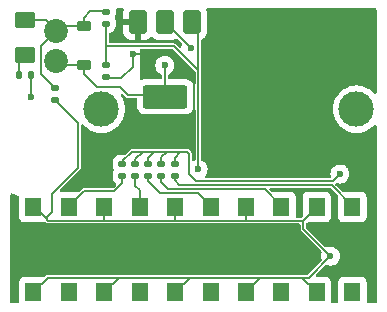
<source format=gbr>
%TF.GenerationSoftware,KiCad,Pcbnew,8.0.7*%
%TF.CreationDate,2025-01-07T22:37:39-03:00*%
%TF.ProjectId,organator,6f726761-6e61-4746-9f72-2e6b69636164,rev?*%
%TF.SameCoordinates,Original*%
%TF.FileFunction,Copper,L1,Top*%
%TF.FilePolarity,Positive*%
%FSLAX46Y46*%
G04 Gerber Fmt 4.6, Leading zero omitted, Abs format (unit mm)*
G04 Created by KiCad (PCBNEW 8.0.7) date 2025-01-07 22:37:39*
%MOMM*%
%LPD*%
G01*
G04 APERTURE LIST*
G04 Aperture macros list*
%AMRoundRect*
0 Rectangle with rounded corners*
0 $1 Rounding radius*
0 $2 $3 $4 $5 $6 $7 $8 $9 X,Y pos of 4 corners*
0 Add a 4 corners polygon primitive as box body*
4,1,4,$2,$3,$4,$5,$6,$7,$8,$9,$2,$3,0*
0 Add four circle primitives for the rounded corners*
1,1,$1+$1,$2,$3*
1,1,$1+$1,$4,$5*
1,1,$1+$1,$6,$7*
1,1,$1+$1,$8,$9*
0 Add four rect primitives between the rounded corners*
20,1,$1+$1,$2,$3,$4,$5,0*
20,1,$1+$1,$4,$5,$6,$7,0*
20,1,$1+$1,$6,$7,$8,$9,0*
20,1,$1+$1,$8,$9,$2,$3,0*%
G04 Aperture macros list end*
%TA.AperFunction,SMDPad,CuDef*%
%ADD10RoundRect,0.135000X0.185000X-0.135000X0.185000X0.135000X-0.185000X0.135000X-0.185000X-0.135000X0*%
%TD*%
%TA.AperFunction,SMDPad,CuDef*%
%ADD11RoundRect,0.135000X-0.135000X-0.185000X0.135000X-0.185000X0.135000X0.185000X-0.135000X0.185000X0*%
%TD*%
%TA.AperFunction,SMDPad,CuDef*%
%ADD12RoundRect,0.135000X-0.185000X0.135000X-0.185000X-0.135000X0.185000X-0.135000X0.185000X0.135000X0*%
%TD*%
%TA.AperFunction,SMDPad,CuDef*%
%ADD13R,1.400000X1.600000*%
%TD*%
%TA.AperFunction,ComponentPad*%
%ADD14C,2.020000*%
%TD*%
%TA.AperFunction,SMDPad,CuDef*%
%ADD15RoundRect,0.225000X-0.375000X0.225000X-0.375000X-0.225000X0.375000X-0.225000X0.375000X0.225000X0*%
%TD*%
%TA.AperFunction,SMDPad,CuDef*%
%ADD16RoundRect,0.250000X-0.500000X0.750000X-0.500000X-0.750000X0.500000X-0.750000X0.500000X0.750000X0*%
%TD*%
%TA.AperFunction,SMDPad,CuDef*%
%ADD17RoundRect,0.250000X-1.650000X0.750000X-1.650000X-0.750000X1.650000X-0.750000X1.650000X0.750000X0*%
%TD*%
%TA.AperFunction,SMDPad,CuDef*%
%ADD18RoundRect,0.250001X0.624999X-0.462499X0.624999X0.462499X-0.624999X0.462499X-0.624999X-0.462499X0*%
%TD*%
%TA.AperFunction,ComponentPad*%
%ADD19C,3.000000*%
%TD*%
%TA.AperFunction,ViaPad*%
%ADD20C,0.600000*%
%TD*%
%TA.AperFunction,Conductor*%
%ADD21C,0.200000*%
%TD*%
G04 APERTURE END LIST*
D10*
%TO.P,R5,1*%
%TO.N,Net-(R5-Pad1)*%
X114580000Y-112200000D03*
%TO.P,R5,2*%
%TO.N,K1*%
X114580000Y-111180000D03*
%TD*%
D11*
%TO.P,R1,1*%
%TO.N,Net-(D1-K)*%
X104730000Y-103700000D03*
%TO.P,R1,2*%
%TO.N,GND*%
X105750000Y-103700000D03*
%TD*%
D10*
%TO.P,R7,1*%
%TO.N,Net-(R7-Pad1)*%
X116780000Y-112200000D03*
%TO.P,R7,2*%
%TO.N,K1*%
X116780000Y-111180000D03*
%TD*%
D12*
%TO.P,R3,1*%
%TO.N,Net-(Q1-B)*%
X112100000Y-102850000D03*
%TO.P,R3,2*%
%TO.N,GND*%
X112100000Y-103870000D03*
%TD*%
D13*
%TO.P,SW2,1,1*%
%TO.N,K0*%
X111950000Y-122050000D03*
X111950000Y-114850000D03*
%TO.P,SW2,2,2*%
%TO.N,Net-(R5-Pad1)*%
X114950000Y-122050000D03*
X114950000Y-114850000D03*
%TD*%
%TO.P,SW5,1,1*%
%TO.N,K0*%
X129950000Y-122050000D03*
X129950000Y-114850000D03*
%TO.P,SW5,2,2*%
%TO.N,Net-(R8-Pad1)*%
X132950000Y-122050000D03*
X132950000Y-114850000D03*
%TD*%
D14*
%TO.P,J1,1*%
%TO.N,Net-(D2-A)*%
X107900000Y-102450000D03*
%TO.P,J1,2*%
%TO.N,3V*%
X107900000Y-99910000D03*
%TD*%
D15*
%TO.P,D2,1,K*%
%TO.N,3V*%
X110200000Y-99550000D03*
%TO.P,D2,2,A*%
%TO.N,Net-(D2-A)*%
X110200000Y-102850000D03*
%TD*%
D10*
%TO.P,R4,1*%
%TO.N,Net-(R4-Pad1)*%
X113480000Y-112200000D03*
%TO.P,R4,2*%
%TO.N,K1*%
X113480000Y-111180000D03*
%TD*%
D13*
%TO.P,SW1,1,1*%
%TO.N,K0*%
X105950000Y-122050000D03*
X105950000Y-114850000D03*
%TO.P,SW1,2,2*%
%TO.N,Net-(R4-Pad1)*%
X108950000Y-122050000D03*
X108950000Y-114850000D03*
%TD*%
D16*
%TO.P,Q1,1,B*%
%TO.N,Net-(Q1-B)*%
X119400000Y-99200000D03*
%TO.P,Q1,2,C*%
%TO.N,Net-(D2-A)*%
X117100000Y-99200000D03*
D17*
X117100000Y-105500000D03*
D16*
%TO.P,Q1,3,E*%
%TO.N,GND*%
X114800000Y-99200000D03*
%TD*%
D10*
%TO.P,R8,1*%
%TO.N,Net-(R8-Pad1)*%
X117900000Y-112200000D03*
%TO.P,R8,2*%
%TO.N,K1*%
X117900000Y-111180000D03*
%TD*%
D12*
%TO.P,R2,1*%
%TO.N,3V*%
X112100000Y-98290000D03*
%TO.P,R2,2*%
%TO.N,Net-(Q1-B)*%
X112100000Y-99310000D03*
%TD*%
D13*
%TO.P,SW3,1,1*%
%TO.N,K0*%
X117950000Y-122050000D03*
X117950000Y-114850000D03*
%TO.P,SW3,2,2*%
%TO.N,Net-(R6-Pad1)*%
X120950000Y-122050000D03*
X120950000Y-114850000D03*
%TD*%
D18*
%TO.P,D1,1,K*%
%TO.N,Net-(D1-K)*%
X105200000Y-101975000D03*
%TO.P,D1,2,A*%
%TO.N,3V*%
X105200000Y-99000000D03*
%TD*%
D12*
%TO.P,R9,1*%
%TO.N,3V*%
X107750000Y-104750000D03*
%TO.P,R9,2*%
%TO.N,K0*%
X107750000Y-105770000D03*
%TD*%
D10*
%TO.P,R6,1*%
%TO.N,Net-(R6-Pad1)*%
X115680000Y-112200000D03*
%TO.P,R6,2*%
%TO.N,K1*%
X115680000Y-111180000D03*
%TD*%
D13*
%TO.P,SW4,1,1*%
%TO.N,K0*%
X123950000Y-122050000D03*
X123950000Y-114850000D03*
%TO.P,SW4,2,2*%
%TO.N,Net-(R7-Pad1)*%
X126950000Y-122050000D03*
X126950000Y-114850000D03*
%TD*%
D19*
%TO.P,BT1,S+1*%
%TO.N,Net-(BT1-PadS+1)*%
X133300000Y-106550000D03*
%TO.P,BT1,S+2*%
%TO.N,N/C*%
X111700000Y-106550000D03*
%TD*%
D20*
%TO.N,GND*%
X112860000Y-100470000D03*
X114350000Y-101860000D03*
X130370000Y-111960000D03*
X122420000Y-118160000D03*
X112290000Y-112840000D03*
X114740000Y-119480000D03*
X118170000Y-117080000D03*
X131034728Y-117860099D03*
X113550000Y-116650000D03*
X105750000Y-105500000D03*
X126250000Y-118800000D03*
X119300000Y-107330000D03*
%TO.N,K0*%
X131100000Y-119000000D03*
%TO.N,Net-(Q1-B)*%
X119900000Y-111650000D03*
%TO.N,Net-(D2-A)*%
X117075000Y-102850000D03*
X119275000Y-101350000D03*
%TO.N,K1*%
X131900000Y-112050000D03*
%TD*%
D21*
%TO.N,GND*%
X112100000Y-103870000D02*
X112100000Y-103900000D01*
X119550000Y-107080000D02*
X119550000Y-103950000D01*
X114350000Y-102950000D02*
X114350000Y-101860000D01*
X112100000Y-103900000D02*
X113400000Y-103900000D01*
X105750000Y-103700000D02*
X105750000Y-105500000D01*
X119550000Y-103950000D02*
X117460000Y-101860000D01*
X117460000Y-101860000D02*
X114350000Y-101860000D01*
X113400000Y-103900000D02*
X114350000Y-102950000D01*
X119300000Y-107330000D02*
X119550000Y-107080000D01*
%TO.N,K0*%
X105950000Y-114750000D02*
X106975000Y-115775000D01*
X129275000Y-120825000D02*
X131100000Y-119000000D01*
X109750000Y-111500000D02*
X109750000Y-107770000D01*
X105950000Y-122050000D02*
X107175000Y-120825000D01*
X128800000Y-116000000D02*
X129950000Y-114850000D01*
X117950000Y-122050000D02*
X119175000Y-120825000D01*
X107500000Y-113750000D02*
X109750000Y-111500000D01*
X106975000Y-115775000D02*
X107200000Y-116000000D01*
X113625000Y-120825000D02*
X119450000Y-120825000D01*
X111950000Y-115975000D02*
X111975000Y-116000000D01*
X107500000Y-115250000D02*
X107500000Y-113750000D01*
X128800000Y-116700000D02*
X128800000Y-116000000D01*
X119450000Y-120825000D02*
X125400000Y-120825000D01*
X123950000Y-122050000D02*
X125175000Y-120825000D01*
X106975000Y-115775000D02*
X107500000Y-115250000D01*
X128725000Y-120825000D02*
X129275000Y-120825000D01*
X128800000Y-116700000D02*
X131100000Y-119000000D01*
X111975000Y-116000000D02*
X117950000Y-116000000D01*
X123950000Y-114850000D02*
X123950000Y-115975000D01*
X107750000Y-105770000D02*
X109750000Y-107770000D01*
X123975000Y-116000000D02*
X128700000Y-116000000D01*
X111950000Y-122050000D02*
X113175000Y-120825000D01*
X125175000Y-120825000D02*
X125400000Y-120825000D01*
X117950000Y-116000000D02*
X123975000Y-116000000D01*
X117950000Y-114850000D02*
X117950000Y-116000000D01*
X128700000Y-116000000D02*
X128800000Y-116000000D01*
X123950000Y-115975000D02*
X123975000Y-116000000D01*
X128725000Y-120825000D02*
X129950000Y-122050000D01*
X125400000Y-120825000D02*
X128725000Y-120825000D01*
X111950000Y-114850000D02*
X111950000Y-115975000D01*
X107175000Y-120825000D02*
X113625000Y-120825000D01*
X107200000Y-116000000D02*
X111975000Y-116000000D01*
X113175000Y-120825000D02*
X113625000Y-120825000D01*
X119175000Y-120825000D02*
X119450000Y-120825000D01*
%TO.N,Net-(Q1-B)*%
X119900000Y-99700000D02*
X119400000Y-99200000D01*
X112100000Y-101200000D02*
X117825000Y-101200000D01*
X119900000Y-103275000D02*
X119900000Y-111650000D01*
X119900000Y-103275000D02*
X119900000Y-99700000D01*
X117825000Y-101200000D02*
X119900000Y-103275000D01*
X112100000Y-101200000D02*
X112100000Y-99250000D01*
X112100000Y-102850000D02*
X112100000Y-101200000D01*
%TO.N,3V*%
X107750000Y-104750000D02*
X106590000Y-103590000D01*
X106590000Y-101220000D02*
X107900000Y-99910000D01*
X110200000Y-98800000D02*
X110770000Y-98230000D01*
X110200000Y-99550000D02*
X108260000Y-99550000D01*
X108260000Y-99550000D02*
X107900000Y-99910000D01*
X110770000Y-98230000D02*
X112100000Y-98230000D01*
X110200000Y-99550000D02*
X110200000Y-98800000D01*
X105200000Y-99000000D02*
X106990000Y-99000000D01*
X106990000Y-99000000D02*
X107900000Y-99910000D01*
X106590000Y-103590000D02*
X106590000Y-101220000D01*
%TO.N,Net-(D1-K)*%
X104730000Y-103700000D02*
X104730000Y-102445000D01*
X104730000Y-102445000D02*
X105200000Y-101975000D01*
%TO.N,Net-(D2-A)*%
X111300000Y-104700000D02*
X113300000Y-104700000D01*
X119250000Y-101350000D02*
X119275000Y-101350000D01*
X108300000Y-102850000D02*
X107900000Y-102450000D01*
X117100000Y-102875000D02*
X117100000Y-105500000D01*
X110200000Y-102850000D02*
X108300000Y-102850000D01*
X110200000Y-103600000D02*
X111300000Y-104700000D01*
X113300000Y-104700000D02*
X113950000Y-105350000D01*
X113950000Y-105350000D02*
X116850000Y-105350000D01*
X117100000Y-99200000D02*
X119250000Y-101350000D01*
X110200000Y-102850000D02*
X110200000Y-103600000D01*
X117075000Y-102850000D02*
X117100000Y-102875000D01*
%TO.N,K1*%
X119127354Y-110327354D02*
X119127354Y-112077354D01*
X114580000Y-110770000D02*
X115200000Y-110150000D01*
X117900000Y-110650000D02*
X118400000Y-110150000D01*
X113480000Y-110970000D02*
X113480000Y-111180000D01*
X116780000Y-110620000D02*
X117250000Y-110150000D01*
X116200000Y-110150000D02*
X115200000Y-110150000D01*
X117250000Y-110150000D02*
X118400000Y-110150000D01*
X117250000Y-110150000D02*
X116200000Y-110150000D01*
X115200000Y-110150000D02*
X114300000Y-110150000D01*
X118400000Y-110150000D02*
X118950000Y-110150000D01*
X114580000Y-111180000D02*
X114580000Y-110770000D01*
X119127354Y-112077354D02*
X119700000Y-112650000D01*
X119700000Y-112650000D02*
X131300000Y-112650000D01*
X114300000Y-110150000D02*
X113480000Y-110970000D01*
X117900000Y-111180000D02*
X117900000Y-110650000D01*
X131300000Y-112650000D02*
X131900000Y-112050000D01*
X115680000Y-111180000D02*
X115680000Y-110670000D01*
X116780000Y-111180000D02*
X116780000Y-110620000D01*
X115680000Y-110670000D02*
X116200000Y-110150000D01*
X118950000Y-110150000D02*
X119127354Y-110327354D01*
%TO.N,Net-(R4-Pad1)*%
X110200000Y-113500000D02*
X112800000Y-113500000D01*
X112800000Y-113500000D02*
X113480000Y-112820000D01*
X113480000Y-112820000D02*
X113480000Y-112200000D01*
X108950000Y-114750000D02*
X110200000Y-113500000D01*
%TO.N,Net-(R5-Pad1)*%
X114580000Y-113030000D02*
X114580000Y-112200000D01*
X114950000Y-113400000D02*
X114580000Y-113030000D01*
X114950000Y-114750000D02*
X114950000Y-113400000D01*
%TO.N,Net-(R6-Pad1)*%
X115680000Y-112680000D02*
X115680000Y-112200000D01*
X120950000Y-114750000D02*
X119850000Y-113650000D01*
X116650000Y-113650000D02*
X115680000Y-112680000D01*
X119850000Y-113650000D02*
X116650000Y-113650000D01*
%TO.N,Net-(R7-Pad1)*%
X125523000Y-113323000D02*
X117350000Y-113323000D01*
X117350000Y-113323000D02*
X116780000Y-112753000D01*
X116780000Y-112753000D02*
X116780000Y-112200000D01*
X126950000Y-114750000D02*
X125523000Y-113323000D01*
%TO.N,Net-(R8-Pad1)*%
X132950000Y-114750000D02*
X131196000Y-112996000D01*
X131196000Y-112996000D02*
X118300000Y-112996000D01*
X118300000Y-112996000D02*
X117900000Y-112596000D01*
X117900000Y-112596000D02*
X117900000Y-112200000D01*
%TD*%
%TA.AperFunction,Conductor*%
%TO.N,GND*%
G36*
X104180794Y-113698998D02*
G01*
X104197268Y-113707392D01*
X104540355Y-113839091D01*
X104658139Y-113870651D01*
X104717797Y-113907015D01*
X104748326Y-113969862D01*
X104749194Y-113998793D01*
X104749436Y-113998806D01*
X104749500Y-113998806D01*
X104749500Y-113998809D01*
X104749678Y-113998819D01*
X104749501Y-114002116D01*
X104749501Y-114002123D01*
X104749500Y-114002135D01*
X104749500Y-115697870D01*
X104749501Y-115697876D01*
X104755908Y-115757483D01*
X104806202Y-115892328D01*
X104806206Y-115892335D01*
X104892452Y-116007544D01*
X104892455Y-116007547D01*
X105007664Y-116093793D01*
X105007671Y-116093797D01*
X105142517Y-116144091D01*
X105142516Y-116144091D01*
X105149444Y-116144835D01*
X105202127Y-116150500D01*
X106697872Y-116150499D01*
X106757483Y-116144091D01*
X106875740Y-116099983D01*
X106945429Y-116095000D01*
X107006752Y-116128485D01*
X107007135Y-116128868D01*
X107071132Y-116192865D01*
X107154747Y-116227500D01*
X111929747Y-116227500D01*
X117904747Y-116227500D01*
X117995253Y-116227500D01*
X123929747Y-116227500D01*
X128448500Y-116227500D01*
X128515539Y-116247185D01*
X128561294Y-116299989D01*
X128572500Y-116351500D01*
X128572500Y-116745253D01*
X128607136Y-116828870D01*
X130333252Y-118554985D01*
X130366737Y-118616308D01*
X130362613Y-118683620D01*
X130314632Y-118820742D01*
X130314630Y-118820750D01*
X130294435Y-118999996D01*
X130294435Y-119000003D01*
X130314630Y-119179249D01*
X130314631Y-119179254D01*
X130362613Y-119316377D01*
X130366174Y-119386156D01*
X130333252Y-119445013D01*
X129217086Y-120561181D01*
X129155763Y-120594666D01*
X129129405Y-120597500D01*
X128770253Y-120597500D01*
X125445253Y-120597500D01*
X119495253Y-120597500D01*
X113670253Y-120597500D01*
X107129747Y-120597500D01*
X107105257Y-120607644D01*
X107059528Y-120626585D01*
X107046134Y-120632133D01*
X107046132Y-120632134D01*
X106933916Y-120744349D01*
X106872592Y-120777833D01*
X106802902Y-120772849D01*
X106757482Y-120755908D01*
X106757483Y-120755908D01*
X106697883Y-120749501D01*
X106697881Y-120749500D01*
X106697873Y-120749500D01*
X106697864Y-120749500D01*
X105202129Y-120749500D01*
X105202123Y-120749501D01*
X105142516Y-120755908D01*
X105007671Y-120806202D01*
X105007664Y-120806206D01*
X104892455Y-120892452D01*
X104892452Y-120892455D01*
X104806206Y-121007664D01*
X104806202Y-121007671D01*
X104755908Y-121142517D01*
X104750830Y-121189755D01*
X104749501Y-121202123D01*
X104749500Y-121202135D01*
X104749501Y-122875500D01*
X104729816Y-122942539D01*
X104677013Y-122988294D01*
X104625501Y-122999500D01*
X104124500Y-122999500D01*
X104057461Y-122979815D01*
X104011706Y-122927011D01*
X104000500Y-122875500D01*
X104000500Y-113809483D01*
X104020185Y-113742444D01*
X104072989Y-113696689D01*
X104142147Y-113686745D01*
X104180794Y-113698998D01*
G37*
%TD.AperFunction*%
%TA.AperFunction,Conductor*%
G36*
X134942539Y-98020185D02*
G01*
X134988294Y-98072989D01*
X134999500Y-98124500D01*
X134999500Y-105121003D01*
X134979815Y-105188042D01*
X134927011Y-105233797D01*
X134857853Y-105243741D01*
X134794297Y-105214716D01*
X134787819Y-105208684D01*
X134613405Y-105034270D01*
X134613387Y-105034254D01*
X134384317Y-104862775D01*
X134384309Y-104862770D01*
X134133166Y-104725635D01*
X134133167Y-104725635D01*
X133975212Y-104666721D01*
X133865046Y-104625631D01*
X133865043Y-104625630D01*
X133865037Y-104625628D01*
X133585433Y-104564804D01*
X133300001Y-104544390D01*
X133299999Y-104544390D01*
X133014566Y-104564804D01*
X132734962Y-104625628D01*
X132466833Y-104725635D01*
X132215690Y-104862770D01*
X132215682Y-104862775D01*
X131986612Y-105034254D01*
X131986594Y-105034270D01*
X131784270Y-105236594D01*
X131784254Y-105236612D01*
X131612775Y-105465682D01*
X131612770Y-105465690D01*
X131475635Y-105716833D01*
X131375628Y-105984962D01*
X131314804Y-106264566D01*
X131294390Y-106549998D01*
X131294390Y-106550001D01*
X131314804Y-106835433D01*
X131375628Y-107115037D01*
X131375629Y-107115039D01*
X131375631Y-107115046D01*
X131449389Y-107312798D01*
X131475635Y-107383166D01*
X131612770Y-107634309D01*
X131612775Y-107634317D01*
X131784254Y-107863387D01*
X131784270Y-107863405D01*
X131986594Y-108065729D01*
X131986612Y-108065745D01*
X132215682Y-108237224D01*
X132215690Y-108237229D01*
X132466833Y-108374364D01*
X132466832Y-108374364D01*
X132466836Y-108374365D01*
X132466839Y-108374367D01*
X132734954Y-108474369D01*
X132734960Y-108474370D01*
X132734962Y-108474371D01*
X133014566Y-108535195D01*
X133014568Y-108535195D01*
X133014572Y-108535196D01*
X133268220Y-108553337D01*
X133299999Y-108555610D01*
X133300000Y-108555610D01*
X133300001Y-108555610D01*
X133328595Y-108553564D01*
X133585428Y-108535196D01*
X133865046Y-108474369D01*
X134133161Y-108374367D01*
X134384315Y-108237226D01*
X134613395Y-108065739D01*
X134700137Y-107978997D01*
X134787819Y-107891316D01*
X134849142Y-107857831D01*
X134918834Y-107862815D01*
X134974767Y-107904687D01*
X134999184Y-107970151D01*
X134999500Y-107978997D01*
X134999500Y-122875500D01*
X134979815Y-122942539D01*
X134927011Y-122988294D01*
X134875500Y-122999500D01*
X134274500Y-122999500D01*
X134207461Y-122979815D01*
X134161706Y-122927011D01*
X134150500Y-122875500D01*
X134150499Y-121202129D01*
X134150498Y-121202123D01*
X134150497Y-121202116D01*
X134144091Y-121142517D01*
X134141255Y-121134914D01*
X134093797Y-121007671D01*
X134093793Y-121007664D01*
X134007547Y-120892455D01*
X134007544Y-120892452D01*
X133892335Y-120806206D01*
X133892328Y-120806202D01*
X133757482Y-120755908D01*
X133757483Y-120755908D01*
X133697883Y-120749501D01*
X133697881Y-120749500D01*
X133697873Y-120749500D01*
X133697864Y-120749500D01*
X132202129Y-120749500D01*
X132202123Y-120749501D01*
X132142516Y-120755908D01*
X132007671Y-120806202D01*
X132007664Y-120806206D01*
X131892455Y-120892452D01*
X131892452Y-120892455D01*
X131806206Y-121007664D01*
X131806202Y-121007671D01*
X131755908Y-121142517D01*
X131750830Y-121189755D01*
X131749501Y-121202123D01*
X131749500Y-121202135D01*
X131749501Y-122875500D01*
X131729816Y-122942539D01*
X131677013Y-122988294D01*
X131625501Y-122999500D01*
X131274500Y-122999500D01*
X131207461Y-122979815D01*
X131161706Y-122927011D01*
X131150500Y-122875500D01*
X131150499Y-121202129D01*
X131150498Y-121202123D01*
X131150497Y-121202116D01*
X131144091Y-121142517D01*
X131141255Y-121134914D01*
X131093797Y-121007671D01*
X131093793Y-121007664D01*
X131007547Y-120892455D01*
X131007544Y-120892452D01*
X130892335Y-120806206D01*
X130892328Y-120806202D01*
X130757482Y-120755908D01*
X130757483Y-120755908D01*
X130697883Y-120749501D01*
X130697881Y-120749500D01*
X130697873Y-120749500D01*
X130697865Y-120749500D01*
X129971594Y-120749500D01*
X129904555Y-120729815D01*
X129858800Y-120677011D01*
X129848856Y-120607853D01*
X129877881Y-120544297D01*
X129883913Y-120537819D01*
X130654986Y-119766745D01*
X130716307Y-119733262D01*
X130783620Y-119737386D01*
X130920745Y-119785368D01*
X130920750Y-119785369D01*
X131099996Y-119805565D01*
X131100000Y-119805565D01*
X131100004Y-119805565D01*
X131279249Y-119785369D01*
X131279252Y-119785368D01*
X131279255Y-119785368D01*
X131449522Y-119725789D01*
X131602262Y-119629816D01*
X131729816Y-119502262D01*
X131825789Y-119349522D01*
X131885368Y-119179255D01*
X131905565Y-119000000D01*
X131885368Y-118820745D01*
X131825789Y-118650478D01*
X131729816Y-118497738D01*
X131602262Y-118370184D01*
X131483012Y-118295254D01*
X131449523Y-118274211D01*
X131279254Y-118214631D01*
X131279249Y-118214630D01*
X131100004Y-118194435D01*
X131099996Y-118194435D01*
X130920750Y-118214630D01*
X130920742Y-118214632D01*
X130783620Y-118262613D01*
X130713841Y-118266174D01*
X130654985Y-118233252D01*
X129063819Y-116642086D01*
X129030334Y-116580763D01*
X129027500Y-116554405D01*
X129027500Y-116269771D01*
X129047185Y-116202732D01*
X129099989Y-116156977D01*
X129164756Y-116146482D01*
X129202127Y-116150500D01*
X130697872Y-116150499D01*
X130757483Y-116144091D01*
X130892331Y-116093796D01*
X131007546Y-116007546D01*
X131093796Y-115892331D01*
X131144091Y-115757483D01*
X131150500Y-115697873D01*
X131150499Y-114002128D01*
X131144091Y-113942517D01*
X131141086Y-113934461D01*
X131093797Y-113807671D01*
X131093793Y-113807664D01*
X131007547Y-113692455D01*
X131007544Y-113692452D01*
X130892335Y-113606206D01*
X130892328Y-113606202D01*
X130757482Y-113555908D01*
X130757483Y-113555908D01*
X130697883Y-113549501D01*
X130697881Y-113549500D01*
X130697873Y-113549500D01*
X130697864Y-113549500D01*
X129202129Y-113549500D01*
X129202123Y-113549501D01*
X129142516Y-113555908D01*
X129007671Y-113606202D01*
X129007664Y-113606206D01*
X128892455Y-113692452D01*
X128892452Y-113692455D01*
X128806206Y-113807664D01*
X128806202Y-113807671D01*
X128755908Y-113942517D01*
X128749567Y-114001500D01*
X128749501Y-114002123D01*
X128749500Y-114002135D01*
X128749501Y-115648500D01*
X128729816Y-115715539D01*
X128677013Y-115761294D01*
X128625501Y-115772500D01*
X128274500Y-115772500D01*
X128207461Y-115752815D01*
X128161706Y-115700011D01*
X128150500Y-115648500D01*
X128150499Y-114002129D01*
X128150498Y-114002123D01*
X128150497Y-114002116D01*
X128144091Y-113942517D01*
X128141086Y-113934461D01*
X128093797Y-113807671D01*
X128093793Y-113807664D01*
X128007547Y-113692455D01*
X128007544Y-113692452D01*
X127892335Y-113606206D01*
X127892328Y-113606202D01*
X127757482Y-113555908D01*
X127757483Y-113555908D01*
X127697883Y-113549501D01*
X127697881Y-113549500D01*
X127697873Y-113549500D01*
X127697864Y-113549500D01*
X126202129Y-113549500D01*
X126202123Y-113549501D01*
X126142923Y-113555865D01*
X126074164Y-113543458D01*
X126041989Y-113520256D01*
X125956914Y-113435181D01*
X125923429Y-113373858D01*
X125928413Y-113304166D01*
X125970285Y-113248233D01*
X126035749Y-113223816D01*
X126044595Y-113223500D01*
X131050405Y-113223500D01*
X131117444Y-113243185D01*
X131138086Y-113259819D01*
X131720256Y-113841989D01*
X131753741Y-113903312D01*
X131755865Y-113942923D01*
X131752969Y-113969862D01*
X131749501Y-114002123D01*
X131749500Y-114002130D01*
X131749500Y-115697870D01*
X131749501Y-115697876D01*
X131755908Y-115757483D01*
X131806202Y-115892328D01*
X131806206Y-115892335D01*
X131892452Y-116007544D01*
X131892455Y-116007547D01*
X132007664Y-116093793D01*
X132007671Y-116093797D01*
X132142517Y-116144091D01*
X132142516Y-116144091D01*
X132149444Y-116144835D01*
X132202127Y-116150500D01*
X133697872Y-116150499D01*
X133757483Y-116144091D01*
X133892331Y-116093796D01*
X134007546Y-116007546D01*
X134093796Y-115892331D01*
X134144091Y-115757483D01*
X134150500Y-115697873D01*
X134150499Y-114002128D01*
X134144091Y-113942517D01*
X134141086Y-113934461D01*
X134093797Y-113807671D01*
X134093793Y-113807664D01*
X134007547Y-113692455D01*
X134007544Y-113692452D01*
X133892335Y-113606206D01*
X133892328Y-113606202D01*
X133757482Y-113555908D01*
X133757483Y-113555908D01*
X133697883Y-113549501D01*
X133697881Y-113549500D01*
X133697873Y-113549500D01*
X133697864Y-113549500D01*
X132202129Y-113549500D01*
X132202123Y-113549501D01*
X132142923Y-113555865D01*
X132074164Y-113543458D01*
X132041989Y-113520256D01*
X131545522Y-113023789D01*
X131512037Y-112962466D01*
X131517021Y-112892774D01*
X131558893Y-112836841D01*
X131624357Y-112812424D01*
X131674159Y-112819067D01*
X131720740Y-112835367D01*
X131720750Y-112835369D01*
X131899996Y-112855565D01*
X131900000Y-112855565D01*
X131900004Y-112855565D01*
X132079249Y-112835369D01*
X132079252Y-112835368D01*
X132079255Y-112835368D01*
X132249522Y-112775789D01*
X132402262Y-112679816D01*
X132529816Y-112552262D01*
X132625789Y-112399522D01*
X132685368Y-112229255D01*
X132685369Y-112229249D01*
X132705565Y-112050003D01*
X132705565Y-112049996D01*
X132685369Y-111870750D01*
X132685368Y-111870745D01*
X132625788Y-111700476D01*
X132543423Y-111569394D01*
X132529816Y-111547738D01*
X132402262Y-111420184D01*
X132379316Y-111405766D01*
X132249523Y-111324211D01*
X132079254Y-111264631D01*
X132079249Y-111264630D01*
X131900004Y-111244435D01*
X131899996Y-111244435D01*
X131720750Y-111264630D01*
X131720745Y-111264631D01*
X131550476Y-111324211D01*
X131397737Y-111420184D01*
X131270184Y-111547737D01*
X131174211Y-111700476D01*
X131114631Y-111870745D01*
X131114630Y-111870750D01*
X131094435Y-112049996D01*
X131094435Y-112050003D01*
X131114630Y-112229249D01*
X131114632Y-112229257D01*
X131124531Y-112257546D01*
X131128092Y-112327325D01*
X131093363Y-112387952D01*
X131031370Y-112420179D01*
X131007489Y-112422500D01*
X120558940Y-112422500D01*
X120491901Y-112402815D01*
X120446146Y-112350011D01*
X120436202Y-112280853D01*
X120465227Y-112217297D01*
X120471259Y-112210819D01*
X120485405Y-112196673D01*
X120529816Y-112152262D01*
X120625789Y-111999522D01*
X120685368Y-111829255D01*
X120687469Y-111810607D01*
X120705565Y-111650003D01*
X120705565Y-111649996D01*
X120685369Y-111470750D01*
X120685368Y-111470745D01*
X120665933Y-111415204D01*
X120625789Y-111300478D01*
X120603265Y-111264632D01*
X120529815Y-111147737D01*
X120402262Y-111020184D01*
X120249524Y-110924212D01*
X120249520Y-110924210D01*
X120210545Y-110910572D01*
X120153769Y-110869850D01*
X120128022Y-110804897D01*
X120127500Y-110793531D01*
X120127500Y-100754786D01*
X120147185Y-100687747D01*
X120199989Y-100641992D01*
X120212499Y-100637079D01*
X120219331Y-100634815D01*
X120219331Y-100634814D01*
X120219334Y-100634814D01*
X120368656Y-100542712D01*
X120492712Y-100418656D01*
X120584814Y-100269334D01*
X120639999Y-100102797D01*
X120650500Y-100000009D01*
X120650499Y-98399992D01*
X120639999Y-98297203D01*
X120595694Y-98163502D01*
X120593293Y-98093676D01*
X120629024Y-98033634D01*
X120691545Y-98002441D01*
X120713401Y-98000500D01*
X134875500Y-98000500D01*
X134942539Y-98020185D01*
G37*
%TD.AperFunction*%
%TA.AperFunction,Conductor*%
G36*
X113537619Y-105261137D02*
G01*
X113550990Y-105272724D01*
X113821134Y-105542868D01*
X113885801Y-105569652D01*
X113904747Y-105577500D01*
X114575501Y-105577500D01*
X114642540Y-105597185D01*
X114688295Y-105649989D01*
X114699501Y-105701500D01*
X114699501Y-106300018D01*
X114710000Y-106402796D01*
X114710001Y-106402799D01*
X114747233Y-106515156D01*
X114765186Y-106569334D01*
X114857288Y-106718656D01*
X114981344Y-106842712D01*
X115130666Y-106934814D01*
X115297203Y-106989999D01*
X115399991Y-107000500D01*
X118800008Y-107000499D01*
X118902797Y-106989999D01*
X119069334Y-106934814D01*
X119218656Y-106842712D01*
X119342712Y-106718656D01*
X119434814Y-106569334D01*
X119434816Y-106569327D01*
X119436115Y-106566543D01*
X119437517Y-106564949D01*
X119438605Y-106563187D01*
X119438906Y-106563372D01*
X119482284Y-106514101D01*
X119549476Y-106494945D01*
X119616358Y-106515156D01*
X119661696Y-106568319D01*
X119672500Y-106618941D01*
X119672500Y-110793531D01*
X119652815Y-110860570D01*
X119600011Y-110906325D01*
X119589455Y-110910572D01*
X119550479Y-110924210D01*
X119550470Y-110924214D01*
X119544825Y-110927762D01*
X119477589Y-110946762D01*
X119410753Y-110926394D01*
X119365540Y-110873126D01*
X119354854Y-110822768D01*
X119354854Y-110282102D01*
X119354854Y-110282101D01*
X119320219Y-110198486D01*
X119256222Y-110134489D01*
X119254740Y-110133007D01*
X119078870Y-109957136D01*
X118995253Y-109922500D01*
X118445253Y-109922500D01*
X117295253Y-109922500D01*
X116245253Y-109922500D01*
X115245253Y-109922500D01*
X114345253Y-109922500D01*
X114254747Y-109922500D01*
X114254746Y-109922500D01*
X114171130Y-109957136D01*
X113755084Y-110373181D01*
X113693761Y-110406666D01*
X113667403Y-110409500D01*
X113230830Y-110409500D01*
X113230808Y-110409501D01*
X113194794Y-110412335D01*
X113040611Y-110457129D01*
X113040606Y-110457131D01*
X112902404Y-110538863D01*
X112902396Y-110538869D01*
X112788869Y-110652396D01*
X112788863Y-110652404D01*
X112707131Y-110790606D01*
X112707129Y-110790611D01*
X112662335Y-110944791D01*
X112662334Y-110944797D01*
X112659500Y-110980811D01*
X112659500Y-111379169D01*
X112659501Y-111379191D01*
X112662335Y-111415205D01*
X112707129Y-111569388D01*
X112707130Y-111569390D01*
X112707131Y-111569393D01*
X112707132Y-111569394D01*
X112741128Y-111626881D01*
X112758309Y-111694605D01*
X112741128Y-111753119D01*
X112707132Y-111810604D01*
X112707129Y-111810611D01*
X112662335Y-111964791D01*
X112662334Y-111964797D01*
X112659500Y-112000811D01*
X112659500Y-112399169D01*
X112659501Y-112399191D01*
X112662335Y-112435205D01*
X112707129Y-112589388D01*
X112707131Y-112589393D01*
X112788863Y-112727595D01*
X112788869Y-112727603D01*
X112902396Y-112841130D01*
X112902400Y-112841133D01*
X112902402Y-112841135D01*
X112902404Y-112841136D01*
X112912302Y-112846990D01*
X112959985Y-112898059D01*
X112972489Y-112966800D01*
X112945844Y-113031390D01*
X112936863Y-113041403D01*
X112742084Y-113236182D01*
X112680764Y-113269666D01*
X112654405Y-113272500D01*
X110245253Y-113272500D01*
X110154747Y-113272500D01*
X110154745Y-113272500D01*
X110154743Y-113272501D01*
X110071135Y-113307131D01*
X109858008Y-113520257D01*
X109796685Y-113553741D01*
X109757073Y-113555864D01*
X109697873Y-113549500D01*
X109697867Y-113549500D01*
X108321594Y-113549500D01*
X108254555Y-113529815D01*
X108208800Y-113477011D01*
X108198856Y-113407853D01*
X108227881Y-113344297D01*
X108233896Y-113337836D01*
X109942866Y-111628868D01*
X109967501Y-111569393D01*
X109977500Y-111545253D01*
X109977500Y-107955997D01*
X109997185Y-107888958D01*
X110049989Y-107843203D01*
X110119147Y-107833259D01*
X110182703Y-107862284D01*
X110189181Y-107868316D01*
X110386594Y-108065729D01*
X110386612Y-108065745D01*
X110615682Y-108237224D01*
X110615690Y-108237229D01*
X110866833Y-108374364D01*
X110866832Y-108374364D01*
X110866836Y-108374365D01*
X110866839Y-108374367D01*
X111134954Y-108474369D01*
X111134960Y-108474370D01*
X111134962Y-108474371D01*
X111414566Y-108535195D01*
X111414568Y-108535195D01*
X111414572Y-108535196D01*
X111668220Y-108553337D01*
X111699999Y-108555610D01*
X111700000Y-108555610D01*
X111700001Y-108555610D01*
X111728595Y-108553564D01*
X111985428Y-108535196D01*
X112265046Y-108474369D01*
X112533161Y-108374367D01*
X112784315Y-108237226D01*
X113013395Y-108065739D01*
X113215739Y-107863395D01*
X113387226Y-107634315D01*
X113524367Y-107383161D01*
X113624369Y-107115046D01*
X113635084Y-107065790D01*
X113685195Y-106835433D01*
X113685195Y-106835432D01*
X113685196Y-106835428D01*
X113705610Y-106550000D01*
X113704930Y-106540499D01*
X113687558Y-106297598D01*
X113685196Y-106264572D01*
X113657404Y-106136815D01*
X113624371Y-105984962D01*
X113624370Y-105984960D01*
X113624369Y-105984954D01*
X113524367Y-105716839D01*
X113515991Y-105701500D01*
X113387229Y-105465690D01*
X113387229Y-105465689D01*
X113387087Y-105465499D01*
X113364041Y-105434713D01*
X113339625Y-105369252D01*
X113354476Y-105300979D01*
X113403881Y-105251573D01*
X113472154Y-105236721D01*
X113537619Y-105261137D01*
G37*
%TD.AperFunction*%
%TA.AperFunction,Conductor*%
G36*
X117746444Y-101447185D02*
G01*
X117767086Y-101463819D01*
X119636181Y-103332914D01*
X119669666Y-103394237D01*
X119672500Y-103420595D01*
X119672500Y-104381058D01*
X119652815Y-104448097D01*
X119600011Y-104493852D01*
X119530853Y-104503796D01*
X119467297Y-104474771D01*
X119438634Y-104436795D01*
X119438605Y-104436813D01*
X119438414Y-104436503D01*
X119436117Y-104433460D01*
X119434816Y-104430670D01*
X119434814Y-104430666D01*
X119342712Y-104281344D01*
X119218656Y-104157288D01*
X119069334Y-104065186D01*
X118902797Y-104010001D01*
X118902795Y-104010000D01*
X118800016Y-103999500D01*
X118800009Y-103999500D01*
X117451500Y-103999500D01*
X117384461Y-103979815D01*
X117338706Y-103927011D01*
X117327500Y-103875500D01*
X117327500Y-103697721D01*
X117347185Y-103630682D01*
X117399989Y-103584927D01*
X117410547Y-103580679D01*
X117424522Y-103575789D01*
X117429169Y-103572869D01*
X117577262Y-103479816D01*
X117704816Y-103352262D01*
X117800789Y-103199522D01*
X117860368Y-103029255D01*
X117860369Y-103029249D01*
X117880565Y-102850003D01*
X117880565Y-102849996D01*
X117860369Y-102670750D01*
X117860368Y-102670745D01*
X117853396Y-102650820D01*
X117800789Y-102500478D01*
X117704816Y-102347738D01*
X117577262Y-102220184D01*
X117559245Y-102208863D01*
X117424523Y-102124211D01*
X117254254Y-102064631D01*
X117254249Y-102064630D01*
X117075004Y-102044435D01*
X117074996Y-102044435D01*
X116895750Y-102064630D01*
X116895745Y-102064631D01*
X116725476Y-102124211D01*
X116572737Y-102220184D01*
X116445184Y-102347737D01*
X116349211Y-102500476D01*
X116289631Y-102670745D01*
X116289630Y-102670750D01*
X116269435Y-102849996D01*
X116269435Y-102850003D01*
X116289630Y-103029249D01*
X116289631Y-103029254D01*
X116349211Y-103199523D01*
X116433027Y-103332914D01*
X116445184Y-103352262D01*
X116572738Y-103479816D01*
X116638901Y-103521389D01*
X116720830Y-103572869D01*
X116725478Y-103575789D01*
X116789454Y-103598175D01*
X116846230Y-103638897D01*
X116871978Y-103703850D01*
X116872500Y-103715217D01*
X116872500Y-103875500D01*
X116852815Y-103942539D01*
X116800011Y-103988294D01*
X116748500Y-103999500D01*
X115399998Y-103999500D01*
X115399981Y-103999501D01*
X115297203Y-104010000D01*
X115297200Y-104010001D01*
X115138004Y-104062754D01*
X115068175Y-104065156D01*
X115008134Y-104029424D01*
X114976941Y-103966904D01*
X114975000Y-103945048D01*
X114975000Y-101551500D01*
X114994685Y-101484461D01*
X115047489Y-101438706D01*
X115099000Y-101427500D01*
X117679405Y-101427500D01*
X117746444Y-101447185D01*
G37*
%TD.AperFunction*%
%TA.AperFunction,Conductor*%
G36*
X113554164Y-98020185D02*
G01*
X113599919Y-98072989D01*
X113609863Y-98142147D01*
X113604831Y-98163504D01*
X113560494Y-98297302D01*
X113560493Y-98297309D01*
X113550000Y-98400013D01*
X113550000Y-98950000D01*
X114676000Y-98950000D01*
X114743039Y-98969685D01*
X114788794Y-99022489D01*
X114800000Y-99074000D01*
X114800000Y-99200000D01*
X114926000Y-99200000D01*
X114993039Y-99219685D01*
X115038794Y-99272489D01*
X115050000Y-99324000D01*
X115050000Y-100699999D01*
X115349972Y-100699999D01*
X115349986Y-100699998D01*
X115452697Y-100689505D01*
X115619119Y-100634358D01*
X115619124Y-100634356D01*
X115768342Y-100542317D01*
X115861964Y-100448695D01*
X115923287Y-100415210D01*
X115992979Y-100420194D01*
X116037327Y-100448695D01*
X116131344Y-100542712D01*
X116280666Y-100634814D01*
X116447203Y-100689999D01*
X116549991Y-100700500D01*
X117650008Y-100700499D01*
X117650016Y-100700498D01*
X117650019Y-100700498D01*
X117706302Y-100694748D01*
X117752797Y-100689999D01*
X117919334Y-100634814D01*
X118017570Y-100574221D01*
X118084962Y-100555782D01*
X118151625Y-100576705D01*
X118170347Y-100592080D01*
X118501772Y-100923505D01*
X118535257Y-100984828D01*
X118531133Y-101052140D01*
X118489632Y-101170742D01*
X118489630Y-101170749D01*
X118480775Y-101249344D01*
X118453708Y-101313758D01*
X118396113Y-101353313D01*
X118326276Y-101355450D01*
X118269874Y-101323141D01*
X117953870Y-101007136D01*
X117937796Y-101000478D01*
X117870253Y-100972500D01*
X112451500Y-100972500D01*
X112384461Y-100952815D01*
X112338706Y-100900011D01*
X112327500Y-100848500D01*
X112327500Y-100187531D01*
X112347185Y-100120492D01*
X112399989Y-100074737D01*
X112416892Y-100068458D01*
X112539393Y-100032869D01*
X112594995Y-99999986D01*
X113550001Y-99999986D01*
X113560494Y-100102697D01*
X113615641Y-100269119D01*
X113615643Y-100269124D01*
X113707684Y-100418345D01*
X113831654Y-100542315D01*
X113980875Y-100634356D01*
X113980880Y-100634358D01*
X114147302Y-100689505D01*
X114147309Y-100689506D01*
X114250019Y-100699999D01*
X114549999Y-100699999D01*
X114550000Y-100699998D01*
X114550000Y-99450000D01*
X113550001Y-99450000D01*
X113550001Y-99999986D01*
X112594995Y-99999986D01*
X112677598Y-99951135D01*
X112791135Y-99837598D01*
X112872869Y-99699393D01*
X112917665Y-99545204D01*
X112920500Y-99509181D01*
X112920499Y-99110820D01*
X112917665Y-99074796D01*
X112872869Y-98920607D01*
X112838869Y-98863117D01*
X112821688Y-98795398D01*
X112838869Y-98736882D01*
X112872869Y-98679393D01*
X112877632Y-98663001D01*
X112917664Y-98525208D01*
X112917665Y-98525202D01*
X112920500Y-98489181D01*
X112920499Y-98124499D01*
X112940183Y-98057461D01*
X112992987Y-98011706D01*
X113044499Y-98000500D01*
X113487125Y-98000500D01*
X113554164Y-98020185D01*
G37*
%TD.AperFunction*%
%TD*%
M02*

</source>
